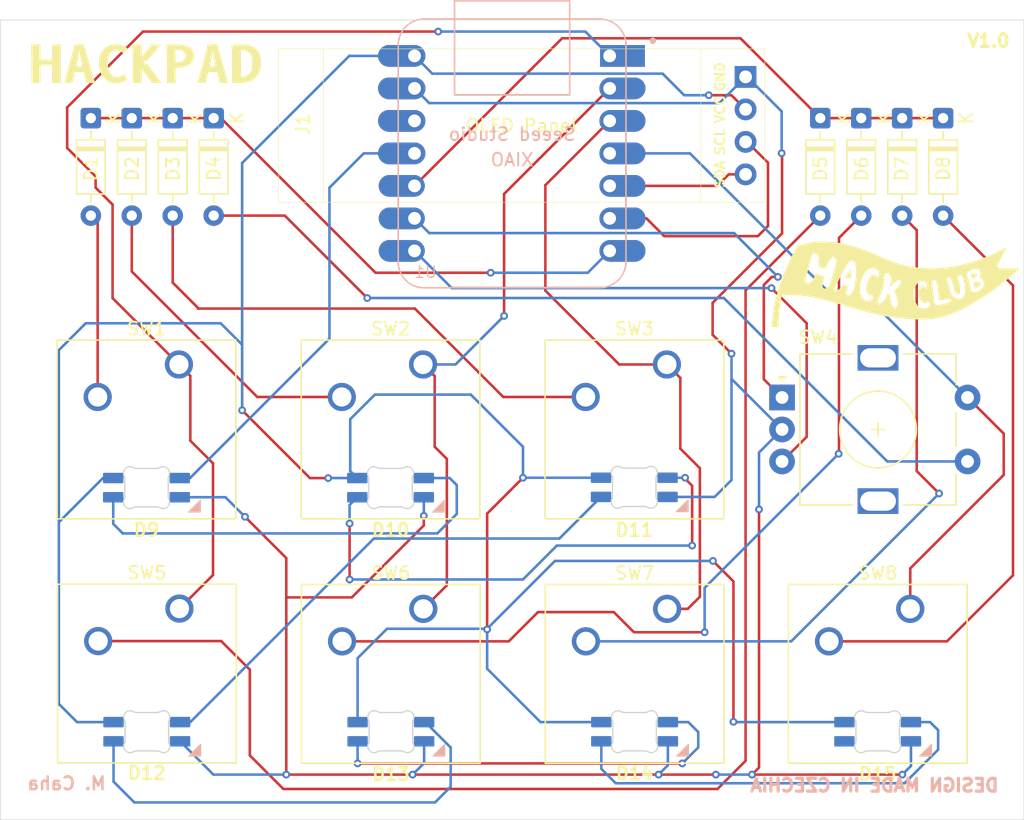
<source format=kicad_pcb>
(kicad_pcb (version 20241229) (generator "pcbnew") (generator_version "9.0")
  (layers (0 "F.Cu" signal) (2 "B.Cu" signal) (13 "F.Paste" user) (15 "B.Paste" user) (5 "F.SilkS" user "F.Silkscreen") (7 "B.SilkS" user "B.Silkscreen") (1 "F.Mask" user) (3 "B.Mask" user) (25 "Edge.Cuts" user))
  (net 0 "")
  (net 1 "ROW0")
  (net 2 "Net-(D1-A)")
  (net 3 "Net-(D2-A)")
  (net 4 "Net-(D3-A)")
  (net 5 "RNSWB")
  (net 6 "Net-(D5-A)")
  (net 7 "ROW1")
  (net 8 "Net-(D6-A)")
  (net 9 "Net-(D7-A)")
  (net 10 "Net-(D8-A)")
  (net 11 "LED")
  (net 12 "Net-(D10-DIN)")
  (net 13 "GND")
  (net 14 "+5V")
  (net 15 "Net-(D10-DOUT)")
  (net 16 "Net-(D11-DOUT)")
  (net 17 "Net-(D12-DOUT)")
  (net 18 "Net-(D13-DOUT)")
  (net 19 "Net-(D14-DOUT)")
  (net 20 "SDA")
  (net 21 "SCL")
  (net 22 "COL0")
  (net 23 "COL1")
  (net 24 "COL2")
  (net 25 "RNA")
  (net 26 "COL3")
  (net 27 "RNB")
  (footprint "Button_Switch_Keyboard:SW_Cherry_MX_1.00u_PCB" (layer "F.Cu") (at 176.1 109.42)
    (property "Reference" "SW3")
    (property "Value" "SW_Push")
  )
  (footprint "footprints:SK6812MINI-E_fixed" (layer "F.Cu") (at 135.425 119.15)
    (property "Reference" "D9")
    (property "Value" "SK6812MINI-E")
    (fp_line (start -1.699998 0.6) (end -1.699998 -0.805684) (stroke (width 0.1)) (layer "Edge.Cuts"))
    (fp_line (start -0.794451 -1.602841) (end 0.794454 -1.602841) (stroke (width 0.1)) (layer "Edge.Cuts"))
    (fp_line (start 0.794453 1.397158) (end -0.794451 1.397158) (stroke (width 0.1)) (layer "Edge.Cuts"))
    (fp_line (start 1.7 -0.805684) (end 1.7 0.6) (stroke (width 0.1)) (layer "Edge.Cuts"))
    (fp_arc (start -1.749483 -1.022562) (mid -1.712526 -0.91691) (end -1.699998 -0.805684) (stroke (width 0.1)) (layer "Edge.Cuts"))
    (fp_arc (start -1.749483 -1.022562) (mid -1.63807 -1.606877) (end -1.04671 -1.671141) (stroke (width 0.1)) (layer "Edge.Cuts"))
    (fp_arc (start -1.699998 0.600001) (mid -1.712526 0.711226) (end -1.749483 0.816878) (stroke (width 0.1)) (layer "Edge.Cuts"))
    (fp_arc (start -1.04671 1.465455) (mid -1.638069 1.401192) (end -1.749483 0.816878) (stroke (width 0.1)) (layer "Edge.Cuts"))
    (fp_arc (start -1.046709 1.465457) (mid -0.925121 1.414535) (end -0.794451 1.397158) (stroke (width 0.1)) (layer "Edge.Cuts"))
    (fp_arc (start -0.794452 -1.602842) (mid -0.925122 -1.620219) (end -1.04671 -1.671141) (stroke (width 0.1)) (layer "Edge.Cuts"))
    (fp_arc (start 0.794453 1.397158) (mid 0.925124 1.414535) (end 1.046712 1.465457) (stroke (width 0.1)) (layer "Edge.Cuts"))
    (fp_arc (start 1.046712 -1.67114) (mid 0.925124 -1.620218) (end 0.794454 -1.602841) (stroke (width 0.1)) (layer "Edge.Cuts"))
    (fp_arc (start 1.046712 -1.67114) (mid 1.638072 -1.606876) (end 1.749485 -1.022562) (stroke (width 0.1)) (layer "Edge.Cuts"))
    (fp_arc (start 1.7 -0.805685) (mid 1.712528 -0.91691) (end 1.749485 -1.022562) (stroke (width 0.1)) (layer "Edge.Cuts"))
    (fp_arc (start 1.749485 0.816877) (mid 1.638073 1.401193) (end 1.046712 1.465457) (stroke (width 0.1)) (layer "Edge.Cuts"))
    (fp_arc (start 1.749485 0.816878) (mid 1.712528 0.711226) (end 1.7 0.6) (stroke (width 0.1)) (layer "Edge.Cuts"))
  )
  (footprint "footprints:SK6812MINI-E_fixed" (layer "F.Cu") (at 154.5 119.15)
    (property "Reference" "D10")
    (property "Value" "SK6812MINI-E")
    (fp_line (start -1.699998 0.6) (end -1.699998 -0.805684) (stroke (width 0.1)) (layer "Edge.Cuts"))
    (fp_line (start -0.794451 -1.602841) (end 0.794454 -1.602841) (stroke (width 0.1)) (layer "Edge.Cuts"))
    (fp_line (start 0.794453 1.397158) (end -0.794451 1.397158) (stroke (width 0.1)) (layer "Edge.Cuts"))
    (fp_line (start 1.7 -0.805684) (end 1.7 0.6) (stroke (width 0.1)) (layer "Edge.Cuts"))
    (fp_arc (start -1.749483 -1.022562) (mid -1.712526 -0.91691) (end -1.699998 -0.805684) (stroke (width 0.1)) (layer "Edge.Cuts"))
    (fp_arc (start -1.749483 -1.022562) (mid -1.63807 -1.606877) (end -1.04671 -1.671141) (stroke (width 0.1)) (layer "Edge.Cuts"))
    (fp_arc (start -1.699998 0.600001) (mid -1.712526 0.711226) (end -1.749483 0.816878) (stroke (width 0.1)) (layer "Edge.Cuts"))
    (fp_arc (start -1.04671 1.465455) (mid -1.638069 1.401192) (end -1.749483 0.816878) (stroke (width 0.1)) (layer "Edge.Cuts"))
    (fp_arc (start -1.046709 1.465457) (mid -0.925121 1.414535) (end -0.794451 1.397158) (stroke (width 0.1)) (layer "Edge.Cuts"))
    (fp_arc (start -0.794452 -1.602842) (mid -0.925122 -1.620219) (end -1.04671 -1.671141) (stroke (width 0.1)) (layer "Edge.Cuts"))
    (fp_arc (start 0.794453 1.397158) (mid 0.925124 1.414535) (end 1.046712 1.465457) (stroke (width 0.1)) (layer "Edge.Cuts"))
    (fp_arc (start 1.046712 -1.67114) (mid 0.925124 -1.620218) (end 0.794454 -1.602841) (stroke (width 0.1)) (layer "Edge.Cuts"))
    (fp_arc (start 1.046712 -1.67114) (mid 1.638072 -1.606876) (end 1.749485 -1.022562) (stroke (width 0.1)) (layer "Edge.Cuts"))
    (fp_arc (start 1.7 -0.805685) (mid 1.712528 -0.91691) (end 1.749485 -1.022562) (stroke (width 0.1)) (layer "Edge.Cuts"))
    (fp_arc (start 1.749485 0.816877) (mid 1.638073 1.401193) (end 1.046712 1.465457) (stroke (width 0.1)) (layer "Edge.Cuts"))
    (fp_arc (start 1.749485 0.816878) (mid 1.712528 0.711226) (end 1.7 0.6) (stroke (width 0.1)) (layer "Edge.Cuts"))
  )
  (footprint "Diode_THT:D_DO-35_SOD27_P7.62mm_Horizontal" (layer "F.Cu") (at 197.688 90.165 -90)
    (property "Reference" "D8")
    (property "Value" "1N4148")
  )
  (footprint "Rotary_Encoder:RotaryEncoder_Alps_EC11E-Switch_Vertical_H20mm" (layer "F.Cu") (at 185.1 112)
    (property "Reference" "SW4")
    (property "Value" "RotaryEncoder_Switch")
  )
  (footprint "Diode_THT:D_DO-35_SOD27_P7.62mm_Horizontal" (layer "F.Cu") (at 137.475 90.165 -90)
    (property "Reference" "D3")
    (property "Value" "1N4148")
  )
  (footprint "Diode_THT:D_DO-35_SOD27_P7.62mm_Horizontal" (layer "F.Cu") (at 131.075 90.165 -90)
    (property "Reference" "D1")
    (property "Value" "1N4148")
  )
  (footprint "Diode_THT:D_DO-35_SOD27_P7.62mm_Horizontal" (layer "F.Cu") (at 194.488 90.165 -90)
    (property "Reference" "D7")
    (property "Value" "1N4148")
  )
  (footprint "Button_Switch_Keyboard:SW_Cherry_MX_1.00u_PCB" (layer "F.Cu") (at 195.12 128.52)
    (property "Reference" "SW8")
    (property "Value" "SW_Push")
  )
  (footprint "footprints:SK6812MINI-E_fixed" (layer "F.Cu") (at 135.45 138.225)
    (property "Reference" "D12")
    (property "Value" "SK6812MINI-E")
    (fp_line (start -1.699998 0.6) (end -1.699998 -0.805684) (stroke (width 0.1)) (layer "Edge.Cuts"))
    (fp_line (start -0.794451 -1.602841) (end 0.794454 -1.602841) (stroke (width 0.1)) (layer "Edge.Cuts"))
    (fp_line (start 0.794453 1.397158) (end -0.794451 1.397158) (stroke (width 0.1)) (layer "Edge.Cuts"))
    (fp_line (start 1.7 -0.805684) (end 1.7 0.6) (stroke (width 0.1)) (layer "Edge.Cuts"))
    (fp_arc (start -1.749483 -1.022562) (mid -1.712526 -0.91691) (end -1.699998 -0.805684) (stroke (width 0.1)) (layer "Edge.Cuts"))
    (fp_arc (start -1.749483 -1.022562) (mid -1.63807 -1.606877) (end -1.04671 -1.671141) (stroke (width 0.1)) (layer "Edge.Cuts"))
    (fp_arc (start -1.699998 0.600001) (mid -1.712526 0.711226) (end -1.749483 0.816878) (stroke (width 0.1)) (layer "Edge.Cuts"))
    (fp_arc (start -1.04671 1.465455) (mid -1.638069 1.401192) (end -1.749483 0.816878) (stroke (width 0.1)) (layer "Edge.Cuts"))
    (fp_arc (start -1.046709 1.465457) (mid -0.925121 1.414535) (end -0.794451 1.397158) (stroke (width 0.1)) (layer "Edge.Cuts"))
    (fp_arc (start -0.794452 -1.602842) (mid -0.925122 -1.620219) (end -1.04671 -1.671141) (stroke (width 0.1)) (layer "Edge.Cuts"))
    (fp_arc (start 0.794453 1.397158) (mid 0.925124 1.414535) (end 1.046712 1.465457) (stroke (width 0.1)) (layer "Edge.Cuts"))
    (fp_arc (start 1.046712 -1.67114) (mid 0.925124 -1.620218) (end 0.794454 -1.602841) (stroke (width 0.1)) (layer "Edge.Cuts"))
    (fp_arc (start 1.046712 -1.67114) (mid 1.638072 -1.606876) (end 1.749485 -1.022562) (stroke (width 0.1)) (layer "Edge.Cuts"))
    (fp_arc (start 1.7 -0.805685) (mid 1.712528 -0.91691) (end 1.749485 -1.022562) (stroke (width 0.1)) (layer "Edge.Cuts"))
    (fp_arc (start 1.749485 0.816877) (mid 1.638073 1.401193) (end 1.046712 1.465457) (stroke (width 0.1)) (layer "Edge.Cuts"))
    (fp_arc (start 1.749485 0.816878) (mid 1.712528 0.711226) (end 1.7 0.6) (stroke (width 0.1)) (layer "Edge.Cuts"))
  )
  (footprint "footprints:SSD1306-0.91-OLED-4pin-128x32" (layer "F.Cu") (at 145.75 84.75)
    (property "Reference" "J1")
    (property "Value" "OLED_DISPLAY")
  )
  (footprint "Button_Switch_Keyboard:SW_Cherry_MX_1.00u_PCB" (layer "F.Cu") (at 176.12 128.52)
    (property "Reference" "SW7")
    (property "Value" "SW_Push")
  )
  (footprint "Diode_THT:D_DO-35_SOD27_P7.62mm_Horizontal" (layer "F.Cu") (at 188.088 90.165 -90)
    (property "Reference" "D5")
    (property "Value" "1N4148")
  )
  (footprint "Diode_THT:D_DO-35_SOD27_P7.62mm_Horizontal" (layer "F.Cu") (at 134.275 90.165 -90)
    (property "Reference" "D2")
    (property "Value" "1N4148")
  )
  (footprint "clipboard:462f2333-586c-4cc8-b04d-9995b911b9d8" (layer "F.Cu") (at 195.55 103.275)
    (property "Reference" "")
    (property "Value" "")
  )
  (footprint "footprints:SK6812MINI-E_fixed" (layer "F.Cu") (at 173.575 138.225)
    (property "Reference" "D14")
    (property "Value" "SK6812MINI-E")
    (fp_line (start -1.699998 0.6) (end -1.699998 -0.805684) (stroke (width 0.1)) (layer "Edge.Cuts"))
    (fp_line (start -0.794451 -1.602841) (end 0.794454 -1.602841) (stroke (width 0.1)) (layer "Edge.Cuts"))
    (fp_line (start 0.794453 1.397158) (end -0.794451 1.397158) (stroke (width 0.1)) (layer "Edge.Cuts"))
    (fp_line (start 1.7 -0.805684) (end 1.7 0.6) (stroke (width 0.1)) (layer "Edge.Cuts"))
    (fp_arc (start -1.749483 -1.022562) (mid -1.712526 -0.91691) (end -1.699998 -0.805684) (stroke (width 0.1)) (layer "Edge.Cuts"))
    (fp_arc (start -1.749483 -1.022562) (mid -1.63807 -1.606877) (end -1.04671 -1.671141) (stroke (width 0.1)) (layer "Edge.Cuts"))
    (fp_arc (start -1.699998 0.600001) (mid -1.712526 0.711226) (end -1.749483 0.816878) (stroke (width 0.1)) (layer "Edge.Cuts"))
    (fp_arc (start -1.04671 1.465455) (mid -1.638069 1.401192) (end -1.749483 0.816878) (stroke (width 0.1)) (layer "Edge.Cuts"))
    (fp_arc (start -1.046709 1.465457) (mid -0.925121 1.414535) (end -0.794451 1.397158) (stroke (width 0.1)) (layer "Edge.Cuts"))
    (fp_arc (start -0.794452 -1.602842) (mid -0.925122 -1.620219) (end -1.04671 -1.671141) (stroke (width 0.1)) (layer "Edge.Cuts"))
    (fp_arc (start 0.794453 1.397158) (mid 0.925124 1.414535) (end 1.046712 1.465457) (stroke (width 0.1)) (layer "Edge.Cuts"))
    (fp_arc (start 1.046712 -1.67114) (mid 0.925124 -1.620218) (end 0.794454 -1.602841) (stroke (width 0.1)) (layer "Edge.Cuts"))
    (fp_arc (start 1.046712 -1.67114) (mid 1.638072 -1.606876) (end 1.749485 -1.022562) (stroke (width 0.1)) (layer "Edge.Cuts"))
    (fp_arc (start 1.7 -0.805685) (mid 1.712528 -0.91691) (end 1.749485 -1.022562) (stroke (width 0.1)) (layer "Edge.Cuts"))
    (fp_arc (start 1.749485 0.816877) (mid 1.638073 1.401193) (end 1.046712 1.465457) (stroke (width 0.1)) (layer "Edge.Cuts"))
    (fp_arc (start 1.749485 0.816878) (mid 1.712528 0.711226) (end 1.7 0.6) (stroke (width 0.1)) (layer "Edge.Cuts"))
  )
  (footprint "footprints:SK6812MINI-E_fixed" (layer "F.Cu") (at 192.575 138.225)
    (property "Reference" "D15")
    (property "Value" "SK6812MINI-E")
    (fp_line (start -1.699998 0.6) (end -1.699998 -0.805684) (stroke (width 0.1)) (layer "Edge.Cuts"))
    (fp_line (start -0.794451 -1.602841) (end 0.794454 -1.602841) (stroke (width 0.1)) (layer "Edge.Cuts"))
    (fp_line (start 0.794453 1.397158) (end -0.794451 1.397158) (stroke (width 0.1)) (layer "Edge.Cuts"))
    (fp_line (start 1.7 -0.805684) (end 1.7 0.6) (stroke (width 0.1)) (layer "Edge.Cuts"))
    (fp_arc (start -1.749483 -1.022562) (mid -1.712526 -0.91691) (end -1.699998 -0.805684) (stroke (width 0.1)) (layer "Edge.Cuts"))
    (fp_arc (start -1.749483 -1.022562) (mid -1.63807 -1.606877) (end -1.04671 -1.671141) (stroke (width 0.1)) (layer "Edge.Cuts"))
    (fp_arc (start -1.699998 0.600001) (mid -1.712526 0.711226) (end -1.749483 0.816878) (stroke (width 0.1)) (layer "Edge.Cuts"))
    (fp_arc (start -1.04671 1.465455) (mid -1.638069 1.401192) (end -1.749483 0.816878) (stroke (width 0.1)) (layer "Edge.Cuts"))
    (fp_arc (start -1.046709 1.465457) (mid -0.925121 1.414535) (end -0.794451 1.397158) (stroke (width 0.1)) (layer "Edge.Cuts"))
    (fp_arc (start -0.794452 -1.602842) (mid -0.925122 -1.620219) (end -1.04671 -1.671141) (stroke (width 0.1)) (layer "Edge.Cuts"))
    (fp_arc (start 0.794453 1.397158) (mid 0.925124 1.414535) (end 1.046712 1.465457) (stroke (width 0.1)) (layer "Edge.Cuts"))
    (fp_arc (start 1.046712 -1.67114) (mid 0.925124 -1.620218) (end 0.794454 -1.602841) (stroke (width 0.1)) (layer "Edge.Cuts"))
    (fp_arc (start 1.046712 -1.67114) (mid 1.638072 -1.606876) (end 1.749485 -1.022562) (stroke (width 0.1)) (layer "Edge.Cuts"))
    (fp_arc (start 1.7 -0.805685) (mid 1.712528 -0.91691) (end 1.749485 -1.022562) (stroke (width 0.1)) (layer "Edge.Cuts"))
    (fp_arc (start 1.749485 0.816877) (mid 1.638073 1.401193) (end 1.046712 1.465457) (stroke (width 0.1)) (layer "Edge.Cuts"))
    (fp_arc (start 1.749485 0.816878) (mid 1.712528 0.711226) (end 1.7 0.6) (stroke (width 0.1)) (layer "Edge.Cuts"))
  )
  (footprint "footprints:SK6812MINI-E_fixed" (layer "F.Cu") (at 173.55 119.125)
    (property "Reference" "D11")
    (property "Value" "SK6812MINI-E")
    (fp_line (start -1.699998 0.6) (end -1.699998 -0.805684) (stroke (width 0.1)) (layer "Edge.Cuts"))
    (fp_line (start -0.794451 -1.602841) (end 0.794454 -1.602841) (stroke (width 0.1)) (layer "Edge.Cuts"))
    (fp_line (start 0.794453 1.397158) (end -0.794451 1.397158) (stroke (width 0.1)) (layer "Edge.Cuts"))
    (fp_line (start 1.7 -0.805684) (end 1.7 0.6) (stroke (width 0.1)) (layer "Edge.Cuts"))
    (fp_arc (start -1.749483 -1.022562) (mid -1.712526 -0.91691) (end -1.699998 -0.805684) (stroke (width 0.1)) (layer "Edge.Cuts"))
    (fp_arc (start -1.749483 -1.022562) (mid -1.63807 -1.606877) (end -1.04671 -1.671141) (stroke (width 0.1)) (layer "Edge.Cuts"))
    (fp_arc (start -1.699998 0.600001) (mid -1.712526 0.711226) (end -1.749483 0.816878) (stroke (width 0.1)) (layer "Edge.Cuts"))
    (fp_arc (start -1.04671 1.465455) (mid -1.638069 1.401192) (end -1.749483 0.816878) (stroke (width 0.1)) (layer "Edge.Cuts"))
    (fp_arc (start -1.046709 1.465457) (mid -0.925121 1.414535) (end -0.794451 1.397158) (stroke (width 0.1)) (layer "Edge.Cuts"))
    (fp_arc (start -0.794452 -1.602842) (mid -0.925122 -1.620219) (end -1.04671 -1.671141) (stroke (width 0.1)) (layer "Edge.Cuts"))
    (fp_arc (start 0.794453 1.397158) (mid 0.925124 1.414535) (end 1.046712 1.465457) (stroke (width 0.1)) (layer "Edge.Cuts"))
    (fp_arc (start 1.046712 -1.67114) (mid 0.925124 -1.620218) (end 0.794454 -1.602841) (stroke (width 0.1)) (layer "Edge.Cuts"))
    (fp_arc (start 1.046712 -1.67114) (mid 1.638072 -1.606876) (end 1.749485 -1.022562) (stroke (width 0.1)) (layer "Edge.Cuts"))
    (fp_arc (start 1.7 -0.805685) (mid 1.712528 -0.91691) (end 1.749485 -1.022562) (stroke (width 0.1)) (layer "Edge.Cuts"))
    (fp_arc (start 1.749485 0.816877) (mid 1.638073 1.401193) (end 1.046712 1.465457) (stroke (width 0.1)) (layer "Edge.Cuts"))
    (fp_arc (start 1.749485 0.816878) (mid 1.712528 0.711226) (end 1.7 0.6) (stroke (width 0.1)) (layer "Edge.Cuts"))
  )
  (footprint "footprints:SK6812MINI-E_fixed" (layer "F.Cu") (at 154.525 138.225)
    (property "Reference" "D13")
    (property "Value" "SK6812MINI-E")
    (fp_line (start -1.699998 0.6) (end -1.699998 -0.805684) (stroke (width 0.1)) (layer "Edge.Cuts"))
    (fp_line (start -0.794451 -1.602841) (end 0.794454 -1.602841) (stroke (width 0.1)) (layer "Edge.Cuts"))
    (fp_line (start 0.794453 1.397158) (end -0.794451 1.397158) (stroke (width 0.1)) (layer "Edge.Cuts"))
    (fp_line (start 1.7 -0.805684) (end 1.7 0.6) (stroke (width 0.1)) (layer "Edge.Cuts"))
    (fp_arc (start -1.749483 -1.022562) (mid -1.712526 -0.91691) (end -1.699998 -0.805684) (stroke (width 0.1)) (layer "Edge.Cuts"))
    (fp_arc (start -1.749483 -1.022562) (mid -1.63807 -1.606877) (end -1.04671 -1.671141) (stroke (width 0.1)) (layer "Edge.Cuts"))
    (fp_arc (start -1.699998 0.600001) (mid -1.712526 0.711226) (end -1.749483 0.816878) (stroke (width 0.1)) (layer "Edge.Cuts"))
    (fp_arc (start -1.04671 1.465455) (mid -1.638069 1.401192) (end -1.749483 0.816878) (stroke (width 0.1)) (layer "Edge.Cuts"))
    (fp_arc (start -1.046709 1.465457) (mid -0.925121 1.414535) (end -0.794451 1.397158) (stroke (width 0.1)) (layer "Edge.Cuts"))
    (fp_arc (start -0.794452 -1.602842) (mid -0.925122 -1.620219) (end -1.04671 -1.671141) (stroke (width 0.1)) (layer "Edge.Cuts"))
    (fp_arc (start 0.794453 1.397158) (mid 0.925124 1.414535) (end 1.046712 1.465457) (stroke (width 0.1)) (layer "Edge.Cuts"))
    (fp_arc (start 1.046712 -1.67114) (mid 0.925124 -1.620218) (end 0.794454 -1.602841) (stroke (width 0.1)) (layer "Edge.Cuts"))
    (fp_arc (start 1.046712 -1.67114) (mid 1.638072 -1.606876) (end 1.749485 -1.022562) (stroke (width 0.1)) (layer "Edge.Cuts"))
    (fp_arc (start 1.7 -0.805685) (mid 1.712528 -0.91691) (end 1.749485 -1.022562) (stroke (width 0.1)) (layer "Edge.Cuts"))
    (fp_arc (start 1.749485 0.816877) (mid 1.638073 1.401193) (end 1.046712 1.465457) (stroke (width 0.1)) (layer "Edge.Cuts"))
    (fp_arc (start 1.749485 0.816878) (mid 1.712528 0.711226) (end 1.7 0.6) (stroke (width 0.1)) (layer "Edge.Cuts"))
  )
  (footprint "Button_Switch_Keyboard:SW_Cherry_MX_1.00u_PCB" (layer "F.Cu") (at 138 128.5)
    (property "Reference" "SW5")
    (property "Value" "SW_Push")
  )
  (footprint "Diode_THT:D_DO-35_SOD27_P7.62mm_Horizontal" (layer "F.Cu") (at 140.675 90.165 -90)
    (property "Reference" "D4")
    (property "Value" "1N4148")
  )
  (footprint "Diode_THT:D_DO-35_SOD27_P7.62mm_Horizontal" (layer "F.Cu") (at 191.288 90.165 -90)
    (property "Reference" "D6")
    (property "Value" "1N4148")
  )
  (footprint "Button_Switch_Keyboard:SW_Cherry_MX_1.00u_PCB" (layer "F.Cu") (at 157.06 128.52)
    (property "Reference" "SW6")
    (property "Value" "SW_Push")
  )
  (footprint "Button_Switch_Keyboard:SW_Cherry_MX_1.00u_PCB" (layer "F.Cu") (at 157.04 109.42)
    (property "Reference" "SW2")
    (property "Value" "SW_Push")
  )
  (footprint "clipboard:de5363f7-c900-46a6-94f2-35cc7d6a2b93" (layer "F.Cu") (at 137.7 86.25)
    (property "Reference" "")
    (property "Value" "")
  )
  (footprint "Button_Switch_Keyboard:SW_Cherry_MX_1.00u_PCB" (layer "F.Cu") (at 137.96 109.42)
    (property "Reference" "SW1")
    (property "Value" "SW_Push")
  )
  (footprint "footprints:XIAO-Generic-Hybrid-14P-2.54-21X17.8MM" (layer "B.Cu") (at 164 92.92 180)
    (property "Reference" "U1")
    (property "Value" "MOUDLE-SEEEDUINO-XIAO" (hide yes))
  )
  (gr_rect (start 124 82.5) (end 204 145) (stroke (width 0.05)) (fill no) (layer "Edge.Cuts"))
  (gr_text "V1.0" (at 199.45 84.7 0) (layer "F.SilkS") (effects (font (size 1 1) (thickness 0.25) (bold yes)) (justify left bottom)))
  (gr_text "DESIGN MADE IN CZECHIA" (at 202.15 142.9 0) (layer "B.SilkS") (effects (font (size 1 1) (thickness 0.25) (bold yes)) (justify left bottom mirror)))
  (gr_text "M. Caha" (at 132.35 142.75 0) (layer "B.SilkS") (effects (font (size 1 1) (thickness 0.2) (bold yes)) (justify left bottom mirror)))
  (segment (start 162.325 102.25) (end 153.325 102.25) (width 0.2) (layer "F.Cu") (net 1))
  (segment (start 141.24 90.165) (end 140.675 90.165) (width 0.2) (layer "F.Cu") (net 1))
  (segment (start 134.275 90.165) (end 137.475 90.165) (width 0.2) (layer "F.Cu") (net 1))
  (segment (start 137.475 90.165) (end 140.675 90.165) (width 0.2) (layer "F.Cu") (net 1))
  (segment (start 153.325 102.25) (end 141.24 90.165) (width 0.2) (layer "F.Cu") (net 1))
  (segment (start 131.075 90.165) (end 134.275 90.165) (width 0.2) (layer "F.Cu") (net 1))
  (via (at 162.325 102.25) (size 0.6) (drill 0.3) (layers "F.Cu" "B.Cu") (net 1))
  (segment (start 169.915 102.25) (end 171.625 100.54) (width 0.2) (layer "B.Cu") (net 1))
  (segment (start 162.325 102.25) (end 169.915 102.25) (width 0.2) (layer "B.Cu") (net 1))
  (segment (start 131.61 98.32) (end 131.075 97.785) (width 0.2) (layer "F.Cu") (net 2))
  (segment (start 131.61 111.96) (end 131.61 98.32) (width 0.2) (layer "F.Cu") (net 2))
  (segment (start 134.275 102.15) (end 134.275 97.785) (width 0.2) (layer "F.Cu") (net 3))
  (segment (start 144.085 111.96) (end 134.275 102.15) (width 0.2) (layer "F.Cu") (net 3))
  (segment (start 150.69 111.96) (end 144.085 111.96) (width 0.2) (layer "F.Cu") (net 3))
  (segment (start 139.45 105.05) (end 139.45 105) (width 0.2) (layer "F.Cu") (net 4))
  (segment (start 156.4 105.05) (end 139.45 105.05) (width 0.2) (layer "F.Cu") (net 4))
  (segment (start 169.75 111.96) (end 163.31 111.96) (width 0.2) (layer "F.Cu") (net 4))
  (segment (start 139.45 105) (end 137.475 103.025) (width 0.2) (layer "F.Cu") (net 4))
  (segment (start 137.475 103.025) (end 137.475 97.785) (width 0.2) (layer "F.Cu") (net 4))
  (segment (start 163.31 111.96) (end 156.4 105.05) (width 0.2) (layer "F.Cu") (net 4))
  (segment (start 146.235 97.785) (end 140.675 97.785) (width 0.2) (layer "F.Cu") (net 5))
  (segment (start 152.675 104.225) (end 146.235 97.785) (width 0.2) (layer "F.Cu") (net 5))
  (via (at 152.675 104.225) (size 0.6) (drill 0.3) (layers "F.Cu" "B.Cu") (net 5))
  (segment (start 193.325 117) (end 182.725 106.4) (width 0.2) (layer "B.Cu") (net 5))
  (segment (start 182.725 106.4) (end 180.55 104.225) (width 0.2) (layer "B.Cu") (net 5))
  (segment (start 199.6 117) (end 193.325 117) (width 0.2) (layer "B.Cu") (net 5))
  (segment (start 180.55 104.225) (end 152.675 104.225) (width 0.2) (layer "B.Cu") (net 5))
  (segment (start 141.265 131.04) (end 143.5 133.275) (width 0.2) (layer "F.Cu") (net 6))
  (segment (start 146.125 142.6) (end 180.05 142.6) (width 0.2) (layer "F.Cu") (net 6))
  (segment (start 143.5 133.275) (end 143.5 139.975) (width 0.2) (layer "F.Cu") (net 6))
  (segment (start 182.25 140.4) (end 182.25 103.623) (width 0.2) (layer "F.Cu") (net 6))
  (segment (start 182.25 103.623) (end 188.088 97.785) (width 0.2) (layer "F.Cu") (net 6))
  (segment (start 131.65 131.04) (end 141.265 131.04) (width 0.2) (layer "F.Cu") (net 6))
  (segment (start 143.5 139.975) (end 146.125 142.6) (width 0.2) (layer "F.Cu") (net 6))
  (segment (start 180.05 142.6) (end 182.25 140.4) (width 0.2) (layer "F.Cu") (net 6))
  (segment (start 191.288 90.165) (end 188.088 90.165) (width 0.2) (layer "F.Cu") (net 7))
  (segment (start 167.91 83.925) (end 156.375 95.46) (width 0.2) (layer "F.Cu") (net 7))
  (segment (start 197.688 90.165) (end 194.488 90.165) (width 0.2) (layer "F.Cu") (net 7))
  (segment (start 181.848 83.925) (end 167.91 83.925) (width 0.2) (layer "F.Cu") (net 7))
  (segment (start 188.088 90.165) (end 181.848 83.925) (width 0.2) (layer "F.Cu") (net 7))
  (segment (start 194.488 90.165) (end 191.288 90.165) (width 0.2) (layer "F.Cu") (net 7))
  (segment (start 166.025 128.775) (end 171.95 128.775) (width 0.2) (layer "F.Cu") (net 8))
  (segment (start 189.55 116.375) (end 189.55 99.523) (width 0.2) (layer "F.Cu") (net 8))
  (segment (start 189.55 99.523) (end 191.288 97.785) (width 0.2) (layer "F.Cu") (net 8))
  (segment (start 189.525 116.4) (end 189.55 116.375) (width 0.2) (layer "F.Cu") (net 8))
  (segment (start 163.74 131.06) (end 166.025 128.775) (width 0.2) (layer "F.Cu") (net 8))
  (segment (start 173.525 130.35) (end 179.05 130.35) (width 0.2) (layer "F.Cu") (net 8))
  (segment (start 150.71 131.06) (end 163.74 131.06) (width 0.2) (layer "F.Cu") (net 8))
  (segment (start 171.95 128.775) (end 173.525 130.35) (width 0.2) (layer "F.Cu") (net 8))
  (via (at 189.525 116.4) (size 0.6) (drill 0.3) (layers "F.Cu" "B.Cu") (net 8))
  (via (at 179.05 130.35) (size 0.6) (drill 0.3) (layers "F.Cu" "B.Cu") (net 8))
  (segment (start 179.05 126.875) (end 189.525 116.4) (width 0.2) (layer "B.Cu") (net 8))
  (segment (start 179.05 130.35) (end 179.05 126.875) (width 0.2) (layer "B.Cu") (net 8))
  (segment (start 195.625 98.922) (end 194.488 97.785) (width 0.2) (layer "F.Cu") (net 9))
  (segment (start 195.625 117.75) (end 195.625 98.922) (width 0.2) (layer "F.Cu") (net 9))
  (segment (start 197.375 119.5) (end 195.625 117.75) (width 0.2) (layer "F.Cu") (net 9))
  (via (at 197.375 119.5) (size 0.6) (drill 0.3) (layers "F.Cu" "B.Cu") (net 9))
  (segment (start 197.375 119.5) (end 185.815 131.06) (width 0.2) (layer "B.Cu") (net 9))
  (segment (start 185.815 131.06) (end 169.77 131.06) (width 0.2) (layer "B.Cu") (net 9))
  (segment (start 203.15 125.9) (end 203.15 103.247) (width 0.2) (layer "F.Cu") (net 10))
  (segment (start 188.77 131.06) (end 197.99 131.06) (width 0.2) (layer "F.Cu") (net 10))
  (segment (start 203.15 103.247) (end 197.688 97.785) (width 0.2) (layer "F.Cu") (net 10))
  (segment (start 197.99 131.06) (end 203.15 125.9) (width 0.2) (layer "F.Cu") (net 10))
  (segment (start 149.725 95.6) (end 152.405 92.92) (width 0.2) (layer "B.Cu") (net 11))
  (segment (start 152.405 92.92) (end 156.375 92.92) (width 0.2) (layer "B.Cu") (net 11))
  (segment (start 138.025001 118.297158) (end 138.825001 118.297158) (width 0.2) (layer "B.Cu") (net 11))
  (segment (start 138.825001 118.297158) (end 149.725 107.397159) (width 0.2) (layer "B.Cu") (net 11))
  (segment (start 149.725 107.397159) (end 149.725 95.6) (width 0.2) (layer "B.Cu") (net 11))
  (segment (start 132.825001 119.797158) (end 132.825 121.875) (width 0.2) (layer "B.Cu") (net 12))
  (segment (start 159.675 118.85) (end 159.122158 118.297158) (width 0.2) (layer "B.Cu") (net 12))
  (segment (start 132.825 121.875) (end 133.575 122.625) (width 0.2) (layer "B.Cu") (net 12))
  (segment (start 159.122158 118.297158) (end 157.100001 118.297158) (width 0.2) (layer "B.Cu") (net 12))
  (segment (start 159.675 121.1) (end 159.675 118.85) (width 0.2) (layer "B.Cu") (net 12))
  (segment (start 133.575 122.625) (end 158.15 122.625) (width 0.2) (layer "B.Cu") (net 12))
  (segment (start 158.15 122.625) (end 159.675 121.1) (width 0.2) (layer "B.Cu") (net 12))
  (segment (start 157.1 122) (end 151.475 127.625) (width 0.2) (layer "F.Cu") (net 13))
  (segment (start 151.475 127.625) (end 146.35 127.625) (width 0.2) (layer "F.Cu") (net 13))
  (segment (start 175.45 141.475) (end 179.925 141.475) (width 0.2) (layer "F.Cu") (net 13))
  (segment (start 146.35 127.625) (end 146.35 141.475) (width 0.2) (layer "F.Cu") (net 13))
  (segment (start 156.225 141.475) (end 175.45 141.475) (width 0.2) (layer "F.Cu") (net 13))
  (segment (start 185.1 99.175) (end 185.1 92.94) (width 0.2) (layer "F.Cu") (net 13))
  (segment (start 156.225 141.475) (end 146.35 141.475) (width 0.2) (layer "F.Cu") (net 13))
  (segment (start 182.75 141.475) (end 194.5 141.475) (width 0.2) (layer "F.Cu") (net 13))
  (segment (start 185.1 92.94) (end 185.07 92.91) (width 0.2) (layer "F.Cu") (net 13))
  (segment (start 146.35 124.55) (end 146.35 127.625) (width 0.2) (layer "F.Cu") (net 13))
  (segment (start 157.1 121.25) (end 157.1 122) (width 0.2) (layer "F.Cu") (net 13))
  (segment (start 179.675 104.6) (end 179.675 107.1) (width 0.2) (layer "F.Cu") (net 13))
  (segment (start 179.675 107.1) (end 181.15 108.575) (width 0.2) (layer "F.Cu") (net 13))
  (segment (start 185.1 99.175) (end 179.675 104.6) (width 0.2) (layer "F.Cu") (net 13))
  (segment (start 183.3 140.925) (end 182.75 141.475) (width 0.2) (layer "F.Cu") (net 13))
  (segment (start 183.3 120.75) (end 183.3 140.925) (width 0.2) (layer "F.Cu") (net 13))
  (segment (start 143.125 121.325) (end 146.35 124.55) (width 0.2) (layer "F.Cu") (net 13))
  (via (at 143.125 121.325) (size 0.6) (drill 0.3) (layers "F.Cu" "B.Cu") (net 13))
  (via (at 146.35 141.475) (size 0.6) (drill 0.3) (layers "F.Cu" "B.Cu") (net 13))
  (via (at 157.1 121.25) (size 0.6) (drill 0.3) (layers "F.Cu" "B.Cu") (net 13))
  (via (at 179.925 141.475) (size 0.6) (drill 0.3) (layers "F.Cu" "B.Cu") (net 13))
  (via (at 175.45 141.475) (size 0.6) (drill 0.3) (layers "F.Cu" "B.Cu") (net 13))
  (via (at 185.07 92.91) (size 0.6) (drill 0.3) (layers "F.Cu" "B.Cu") (net 13))
  (via (at 181.15 108.575) (size 0.6) (drill 0.3) (layers "F.Cu" "B.Cu") (net 13))
  (via (at 182.75 141.475) (size 0.6) (drill 0.3) (layers "F.Cu" "B.Cu") (net 13))
  (via (at 194.5 141.475) (size 0.6) (drill 0.3) (layers "F.Cu" "B.Cu") (net 13))
  (via (at 156.225 141.475) (size 0.6) (drill 0.3) (layers "F.Cu" "B.Cu") (net 13))
  (via (at 183.3 120.75) (size 0.6) (drill 0.3) (layers "F.Cu" "B.Cu") (net 13))
  (segment (start 157.125001 138.872158) (end 157.125001 140.574999) (width 0.2) (layer "B.Cu") (net 13))
  (segment (start 182.37 86.94) (end 185.07 89.64) (width 0.2) (layer "B.Cu") (net 13))
  (segment (start 156.375 87.84) (end 157.526 88.991) (width 0.2) (layer "B.Cu") (net 13))
  (segment (start 195.175001 140.799999) (end 194.5 141.475) (width 0.2) (layer "B.Cu") (net 13))
  (segment (start 176.175001 138.872158) (end 176.175001 140.749999) (width 0.2) (layer "B.Cu") (net 13))
  (segment (start 157.100001 119.797158) (end 157.1 121.25) (width 0.2) (layer "B.Cu") (net 13))
  (segment (start 138.025001 119.797158) (end 141.597158 119.797158) (width 0.2) (layer "B.Cu") (net 13))
  (segment (start 181.15 110.55) (end 181.15 118.45) (width 0.2) (layer "B.Cu") (net 13))
  (segment (start 146.35 141.475) (end 140.652843 141.475) (width 0.2) (layer "B.Cu") (net 13))
  (segment (start 180.199 88.991) (end 182.25 86.94) (width 0.2) (layer "B.Cu") (net 13))
  (segment (start 183.3 116.3) (end 183.3 120.75) (width 0.2) (layer "B.Cu") (net 13))
  (segment (start 185.07 92.91) (end 185.07 89.64) (width 0.2) (layer "B.Cu") (net 13))
  (segment (start 181.15 108.575) (end 181.15 110.55) (width 0.2) (layer "B.Cu") (net 13))
  (segment (start 138.050001 138.872158) (end 140.652843 141.475) (width 0.2) (layer "B.Cu") (net 13))
  (segment (start 141.597158 119.797158) (end 143.125 121.325) (width 0.2) (layer "B.Cu") (net 13))
  (segment (start 181.15 118.45) (end 179.827842 119.772158) (width 0.2) (layer "B.Cu") (net 13))
  (segment (start 185.1 114.5) (end 183.3 116.3) (width 0.2) (layer "B.Cu") (net 13))
  (segment (start 179.827842 119.772158) (end 176.150001 119.772158) (width 0.2) (layer "B.Cu") (net 13))
  (segment (start 157.125001 140.574999) (end 156.225 141.475) (width 0.2) (layer "B.Cu") (net 13))
  (segment (start 179.925 141.475) (end 182.75 141.475) (width 0.2) (layer "B.Cu") (net 13))
  (segment (start 157.526 88.991) (end 180.199 88.991) (width 0.2) (layer "B.Cu") (net 13))
  (segment (start 182.25 86.94) (end 182.37 86.94) (width 0.2) (layer "B.Cu") (net 13))
  (segment (start 181.15 110.55) (end 185.1 114.5) (width 0.2) (layer "B.Cu") (net 13))
  (segment (start 195.175001 138.872158) (end 195.175001 140.799999) (width 0.2) (layer "B.Cu") (net 13))
  (segment (start 176.175001 140.749999) (end 175.45 141.475) (width 0.2) (layer "B.Cu") (net 13))
  (segment (start 162.05 121.075) (end 164.85 118.275) (width 0.2) (layer "F.Cu") (net 14))
  (segment (start 181.145 88.375) (end 179.375 88.375) (width 0.2) (layer "F.Cu") (net 14))
  (segment (start 142.9 113) (end 148.2 118.3) (width 0.2) (layer "F.Cu") (net 14))
  (segment (start 182.25 89.48) (end 181.145 88.375) (width 0.2) (layer "F.Cu") (net 14))
  (segment (start 162.05 130.125) (end 162.05 121.075) (width 0.2) (layer "F.Cu") (net 14))
  (segment (start 179.7 124.775) (end 181.3 126.375) (width 0.2) (layer "F.Cu") (net 14))
  (segment (start 181.3 126.375) (end 181.3 137.35) (width 0.2) (layer "F.Cu") (net 14))
  (segment (start 148.2 118.3) (end 149.625 118.3) (width 0.2) (layer "F.Cu") (net 14))
  (via (at 162.05 130.125) (size 0.6) (drill 0.3) (layers "F.Cu" "B.Cu") (net 14))
  (via (at 181.3 137.35) (size 0.6) (drill 0.3) (layers "F.Cu" "B.Cu") (net 14))
  (via (at 164.85 118.275) (size 0.6) (drill 0.3) (layers "F.Cu" "B.Cu") (net 14))
  (via (at 179.7 124.775) (size 0.6) (drill 0.3) (layers "F.Cu" "B.Cu") (net 14))
  (via (at 149.625 118.3) (size 0.6) (drill 0.3) (layers "F.Cu" "B.Cu") (net 14))
  (via (at 179.375 88.375) (size 0.6) (drill 0.3) (layers "F.Cu" "B.Cu") (net 14))
  (via (at 142.9 113) (size 0.6) (drill 0.3) (layers "F.Cu" "B.Cu") (net 14))
  (segment (start 181.322158 137.372158) (end 189.975001 137.372158) (width 0.2) (layer "B.Cu") (net 14))
  (segment (start 149.627842 118.297158) (end 151.900001 118.297158) (width 0.2) (layer "B.Cu") (net 14))
  (segment (start 128.575 108.3) (end 130.675 106.2) (width 0.2) (layer "B.Cu") (net 14))
  (segment (start 162.05 130.075) (end 162.05 130.125) (width 0.2) (layer "B.Cu") (net 14))
  (segment (start 151.925001 137.372158) (end 151.925001 132.374999) (width 0.2) (layer "B.Cu") (net 14))
  (segment (start 175.764 86.689) (end 177.45 88.375) (width 0.2) (layer "B.Cu") (net 14))
  (segment (start 141.225 106.2) (end 142.9 107.875) (width 0.2) (layer "B.Cu") (net 14))
  (segment (start 128.625 136) (end 129.997158 137.372158) (width 0.2) (layer "B.Cu") (net 14))
  (segment (start 151.900001 118.297158) (end 151.35 117.747157) (width 0.2) (layer "B.Cu") (net 14))
  (segment (start 153.275 111.775) (end 160.775 111.775) (width 0.2) (layer "B.Cu") (net 14))
  (segment (start 151.35 113.7) (end 153.275 111.775) (width 0.2) (layer "B.Cu") (net 14))
  (segment (start 149.625 118.3) (end 149.627842 118.297158) (width 0.2) (layer "B.Cu") (net 14))
  (segment (start 132.825001 118.297158) (end 132.025001 118.297158) (width 0.2) (layer "B.Cu") (net 14))
  (segment (start 156.375 85.3) (end 151.275 85.3) (width 0.2) (layer "B.Cu") (net 14))
  (segment (start 164.85 115.85) (end 164.85 118.275) (width 0.2) (layer "B.Cu") (net 14))
  (segment (start 162.05 130.075) (end 167.35 124.775) (width 0.2) (layer "B.Cu") (net 14))
  (segment (start 181.3 137.35) (end 181.322158 137.372158) (width 0.2) (layer "B.Cu") (net 14))
  (segment (start 160.775 111.775) (end 164.85 115.85) (width 0.2) (layer "B.Cu") (net 14))
  (segment (start 177.45 88.375) (end 179.375 88.375) (width 0.2) (layer "B.Cu") (net 14))
  (segment (start 162.05 130.125) (end 162.05 133.2) (width 0.2) (layer "B.Cu") (net 14))
  (segment (start 151.35 117.747157) (end 151.35 113.7) (width 0.2) (layer "B.Cu") (net 14))
  (segment (start 142.9 93.675) (end 142.9 107.875) (width 0.2) (layer "B.Cu") (net 14))
  (segment (start 164.85 118.275) (end 164.852842 118.272158) (width 0.2) (layer "B.Cu") (net 14))
  (segment (start 156.375 85.3) (end 157.764 86.689) (width 0.2) (layer "B.Cu") (net 14))
  (segment (start 128.575 136) (end 128.625 136) (width 0.2) (layer "B.Cu") (net 14))
  (segment (start 151.275 85.3) (end 142.9 93.675) (width 0.2) (layer "B.Cu") (net 14))
  (segment (start 128.575 121.747159) (end 128.575 108.3) (width 0.2) (layer "B.Cu") (net 14))
  (segment (start 129.997158 137.372158) (end 132.850001 137.372158) (width 0.2) (layer "B.Cu") (net 14))
  (segment (start 154.225 130.075) (end 162.05 130.075) (width 0.2) (layer "B.Cu") (net 14))
  (segment (start 151.925001 132.374999) (end 154.225 130.075) (width 0.2) (layer "B.Cu") (net 14))
  (segment (start 166.222158 137.372158) (end 170.975001 137.372158) (width 0.2) (layer "B.Cu") (net 14))
  (segment (start 162.05 133.2) (end 166.222158 137.372158) (width 0.2) (layer "B.Cu") (net 14))
  (segment (start 130.675 106.2) (end 141.225 106.2) (width 0.2) (layer "B.Cu") (net 14))
  (segment (start 157.764 86.689) (end 175.764 86.689) (width 0.2) (layer "B.Cu") (net 14))
  (segment (start 142.9 107.875) (end 142.9 113) (width 0.2) (layer "B.Cu") (net 14))
  (segment (start 128.575 121.747159) (end 128.575 136) (width 0.2) (layer "B.Cu") (net 14))
  (segment (start 132.025001 118.297158) (end 128.575 121.747159) (width 0.2) (layer "B.Cu") (net 14))
  (segment (start 167.35 124.775) (end 179.7 124.775) (width 0.2) (layer "B.Cu") (net 14))
  (segment (start 164.852842 118.272158) (end 170.950001 118.272158) (width 0.2) (layer "B.Cu") (net 14))
  (segment (start 177.525 118.275) (end 177.525 118.35) (width 0.2) (layer "F.Cu") (net 15))
  (segment (start 151.3 121.85) (end 151.3 126.225) (width 0.2) (layer "F.Cu") (net 15))
  (segment (start 178.075 118.9) (end 178.075 123.575) (width 0.2) (layer "F.Cu") (net 15))
  (segment (start 177.525 118.35) (end 178.075 118.9) (width 0.2) (layer "F.Cu") (net 15))
  (via (at 177.525 118.275) (size 0.6) (drill 0.3) (layers "F.Cu" "B.Cu") (net 15))
  (via (at 178.075 123.575) (size 0.6) (drill 0.3) (layers "F.Cu" "B.Cu") (net 15))
  (via (at 151.3 126.225) (size 0.6) (drill 0.3) (layers "F.Cu" "B.Cu") (net 15))
  (via (at 151.3 121.85) (size 0.6) (drill 0.3) (layers "F.Cu" "B.Cu") (net 15))
  (segment (start 167.125 123.95) (end 167.5 123.575) (width 0.2) (layer "B.Cu") (net 15))
  (segment (start 151.3 120.397159) (end 151.3 121.85) (width 0.2) (layer "B.Cu") (net 15))
  (segment (start 167.5 123.575) (end 178.075 123.575) (width 0.2) (layer "B.Cu") (net 15))
  (segment (start 151.3 126.225) (end 164.85 126.225) (width 0.2) (layer "B.Cu") (net 15))
  (segment (start 151.900001 119.797158) (end 151.3 120.397159) (width 0.2) (layer "B.Cu") (net 15))
  (segment (start 164.85 126.225) (end 167.125 123.95) (width 0.2) (layer "B.Cu") (net 15))
  (segment (start 177.525 118.275) (end 176.152843 118.275) (width 0.2) (layer "B.Cu") (net 15))
  (segment (start 176.152843 118.275) (end 176.150001 118.272158) (width 0.2) (layer "B.Cu") (net 15))
  (segment (start 138.850001 137.372158) (end 153.196159 123.026) (width 0.2) (layer "B.Cu") (net 16))
  (segment (start 153.196159 123.026) (end 167.696159 123.026) (width 0.2) (layer "B.Cu") (net 16))
  (segment (start 167.696159 123.026) (end 170.950001 119.772158) (width 0.2) (layer "B.Cu") (net 16))
  (segment (start 138.050001 137.372158) (end 138.850001 137.372158) (width 0.2) (layer "B.Cu") (net 16))
  (segment (start 159.2 139.357243) (end 159.2 142.425) (width 0.2) (layer "B.Cu") (net 17))
  (segment (start 157.125001 137.372158) (end 157.214915 137.372158) (width 0.2) (layer "B.Cu") (net 17))
  (segment (start 157.975 143.65) (end 134.475 143.65) (width 0.2) (layer "B.Cu") (net 17))
  (segment (start 159.2 142.425) (end 157.975 143.65) (width 0.2) (layer "B.Cu") (net 17))
  (segment (start 134.475 143.65) (end 132.850001 142.025001) (width 0.2) (layer "B.Cu") (net 17))
  (segment (start 157.214915 137.372158) (end 159.2 139.357243) (width 0.2) (layer "B.Cu") (net 17))
  (segment (start 132.850001 142.025001) (end 132.850001 138.872158) (width 0.2) (layer "B.Cu") (net 17))
  (segment (start 151.925 140.6) (end 177.3 140.6) (width 0.2) (layer "F.Cu") (net 18))
  (via (at 177.3 140.6) (size 0.6) (drill 0.3) (layers "F.Cu" "B.Cu") (net 18))
  (via (at 151.925 140.6) (size 0.6) (drill 0.3) (layers "F.Cu" "B.Cu") (net 18))
  (segment (start 178.55 139.35) (end 178.55 138.15) (width 0.2) (layer "B.Cu") (net 18))
  (segment (start 151.925001 138.872158) (end 151.925 140.6) (width 0.2) (layer "B.Cu") (net 18))
  (segment (start 178.55 138.15) (end 177.772158 137.372158) (width 0.2) (layer "B.Cu") (net 18))
  (segment (start 177.772158 137.372158) (end 176.175001 137.372158) (width 0.2) (layer "B.Cu") (net 18))
  (segment (start 177.3 140.6) (end 178.55 139.35) (width 0.2) (layer "B.Cu") (net 18))
  (segment (start 197.3 139.524943) (end 197.3 138) (width 0.2) (layer "B.Cu") (net 19))
  (segment (start 170.975001 141.025001) (end 172.1 142.15) (width 0.2) (layer "B.Cu") (net 19))
  (segment (start 194.674943 142.15) (end 197.3 139.524943) (width 0.2) (layer "B.Cu") (net 19))
  (segment (start 170.975001 138.872158) (end 170.975001 141.025001) (width 0.2) (layer "B.Cu") (net 19))
  (segment (start 195.175001 137.372158) (end 196.672158 137.372158) (width 0.2) (layer "B.Cu") (net 19))
  (segment (start 195.444316 137.275) (end 195.347158 137.372158) (width 0.2) (layer "B.Cu") (net 19))
  (segment (start 196.672158 137.372158) (end 197.3 138) (width 0.2) (layer "B.Cu") (net 19))
  (segment (start 172.1 142.15) (end 194.674943 142.15) (width 0.2) (layer "B.Cu") (net 19))
  (segment (start 180.93 94.56) (end 180.03 95.46) (width 0.2) (layer "F.Cu") (net 20))
  (segment (start 180.03 95.46) (end 171.625 95.46) (width 0.2) (layer "F.Cu") (net 20))
  (segment (start 182.37 94.56) (end 180.93 94.56) (width 0.2) (layer "F.Cu") (net 20))
  (segment (start 174.5 98) (end 171.625 98) (width 0.2) (layer "F.Cu") (net 21))
  (segment (start 184 93.65) (end 184 98.6) (width 0.2) (layer "F.Cu") (net 21))
  (segment (start 184 98.6) (end 183.211 99.389) (width 0.2) (layer "F.Cu") (net 21))
  (segment (start 183.211 99.389) (end 175.889 99.389) (width 0.2) (layer "F.Cu") (net 21))
  (segment (start 175.889 99.389) (end 174.5 98) (width 0.2) (layer "F.Cu") (net 21))
  (segment (start 182.37 92.02) (end 184 93.65) (width 0.2) (layer "F.Cu") (net 21))
  (segment (start 137.96 109.42) (end 132.775 104.235) (width 0.2) (layer "F.Cu") (net 22))
  (segment (start 129.225 89.325) (end 130.9 87.65) (width 0.2) (layer "F.Cu") (net 22))
  (segment (start 131.45 94.725) (end 129.225 92.5) (width 0.2) (layer "F.Cu") (net 22))
  (segment (start 138.85 115.375) (end 138.85 110.31) (width 0.2) (layer "F.Cu") (net 22))
  (segment (start 132.775 104.235) (end 132.775 96.925) (width 0.2) (layer "F.Cu") (net 22))
  (segment (start 132.775 96.925) (end 131.45 95.6) (width 0.2) (layer "F.Cu") (net 22))
  (segment (start 140.625 125.875) (end 140.625 117.15) (width 0.2) (layer "F.Cu") (net 22))
  (segment (start 130.9 87.65) (end 135.15 83.4) (width 0.2) (layer "F.Cu") (net 22))
  (segment (start 131.45 95.6) (end 131.45 94.725) (width 0.2) (layer "F.Cu") (net 22))
  (segment (start 138.85 110.31) (end 137.96 109.42) (width 0.2) (layer "F.Cu") (net 22))
  (segment (start 135.15 83.4) (end 158.225 83.4) (width 0.2) (layer "F.Cu") (net 22))
  (segment (start 138 128.5) (end 140.625 125.875) (width 0.2) (layer "F.Cu") (net 22))
  (segment (start 129.225 92.5) (end 129.225 89.325) (width 0.2) (layer "F.Cu") (net 22))
  (segment (start 140.625 117.15) (end 138.85 115.375) (width 0.2) (layer "F.Cu") (net 22))
  (via (at 158.225 83.4) (size 0.6) (drill 0.3) (layers "F.Cu" "B.Cu") (net 22))
  (segment (start 169.725 83.4) (end 171.625 85.3) (width 0.2) (layer "B.Cu") (net 22))
  (segment (start 158.225 83.4) (end 169.725 83.4) (width 0.2) (layer "B.Cu") (net 22))
  (segment (start 157.95 110.33) (end 157.04 109.42) (width 0.2) (layer "F.Cu") (net 23))
  (segment (start 157.95 115.85) (end 157.95 110.33) (width 0.2) (layer "F.Cu") (net 23))
  (segment (start 158.9 126.68) (end 158.9 116.8) (width 0.2) (layer "F.Cu") (net 23))
  (segment (start 158.9 116.8) (end 157.95 115.85) (width 0.2) (layer "F.Cu") (net 23))
  (segment (start 171.625 87.84) (end 163.375 96.09) (width 0.2) (layer "F.Cu") (net 23))
  (segment (start 163.375 96.09) (end 163.375 105.625) (width 0.2) (layer "F.Cu") (net 23))
  (segment (start 157.06 128.52) (end 158.9 126.68) (width 0.2) (layer "F.Cu") (net 23))
  (via (at 163.375 105.625) (size 0.6) (drill 0.3) (layers "F.Cu" "B.Cu") (net 23))
  (segment (start 159.58 109.42) (end 157.04 109.42) (width 0.2) (layer "B.Cu") (net 23))
  (segment (start 163.375 105.625) (end 159.58 109.42) (width 0.2) (layer "B.Cu") (net 23))
  (segment (start 177.15 116) (end 177.15 110.47) (width 0.2) (layer "F.Cu") (net 24))
  (segment (start 178.675 117.525) (end 177.15 116) (width 0.2) (layer "F.Cu") (net 24))
  (segment (start 176.12 128.52) (end 177.73 128.52) (width 0.2) (layer "F.Cu") (net 24))
  (segment (start 177.15 110.47) (end 176.1 109.42) (width 0.2) (layer "F.Cu") (net 24))
  (segment (start 177.73 128.52) (end 178.675 127.575) (width 0.2) (layer "F.Cu") (net 24))
  (segment (start 166.6 95.405) (end 171.625 90.38) (width 0.2) (layer "F.Cu") (net 24))
  (segment (start 166.6 103.65) (end 166.6 95.405) (width 0.2) (layer "F.Cu") (net 24))
  (segment (start 176.1 109.42) (end 172.37 109.42) (width 0.2) (layer "F.Cu") (net 24))
  (segment (start 172.37 109.42) (end 166.6 103.65) (width 0.2) (layer "F.Cu") (net 24))
  (segment (start 178.675 127.575) (end 178.675 117.525) (width 0.2) (layer "F.Cu") (net 24))
  (segment (start 183.674 103.201057) (end 183.674 110.574) (width 0.2) (layer "F.Cu") (net 25))
  (segment (start 184.300057 102.575) (end 183.674 103.201057) (width 0.2) (layer "F.Cu") (net 25))
  (segment (start 183.674 110.574) (end 185.1 112) (width 0.2) (layer "F.Cu") (net 25))
  (segment (start 184.775 102.575) (end 184.300057 102.575) (width 0.2) (layer "F.Cu") (net 25))
  (via (at 184.775 102.575) (size 0.6) (drill 0.3) (layers "F.Cu" "B.Cu") (net 25))
  (segment (start 157.526 99.151) (end 181.351 99.151) (width 0.2) (layer "B.Cu") (net 25))
  (segment (start 156.375 98) (end 157.526 99.151) (width 0.2) (layer "B.Cu") (net 25))
  (segment (start 181.351 99.151) (end 184.775 102.575) (width 0.2) (layer "B.Cu") (net 25))
  (segment (start 171.625 92.92) (end 173.68 92.92) (width 0.2) (layer "F.Cu") (net 26))
  (segment (start 202.425 114.825) (end 199.6 112) (width 0.2) (layer "F.Cu") (net 26))
  (segment (start 195.12 128.52) (end 195.12 125.355) (width 0.2) (layer "F.Cu") (net 26))
  (segment (start 195.12 125.355) (end 202.425 118.05) (width 0.2) (layer "F.Cu") (net 26))
  (segment (start 202.425 118.05) (end 202.425 114.825) (width 0.2) (layer "F.Cu") (net 26))
  (segment (start 189.55 104.57) (end 192.17 104.57) (width 0.2) (layer "B.Cu") (net 26))
  (segment (start 171.625 92.92) (end 177.9 92.92) (width 0.2) (layer "B.Cu") (net 26))
  (segment (start 177.9 92.92) (end 189.55 104.57) (width 0.2) (layer "B.Cu") (net 26))
  (segment (start 192.17 104.57) (end 199.6 112) (width 0.2) (layer "B.Cu") (net 26))
  (segment (start 187.025 106.2) (end 187.025 115.075) (width 0.2) (layer "F.Cu") (net 27))
  (segment (start 187.025 115.075) (end 185.1 117) (width 0.2) (layer "F.Cu") (net 27))
  (segment (start 184.275 103.45) (end 187.025 106.2) (width 0.2) (layer "F.Cu") (net 27))
  (via (at 184.275 103.45) (size 0.6) (drill 0.3) (layers "F.Cu" "B.Cu") (net 27))
  (segment (start 156.375 100.54) (end 159.285 103.45) (width 0.2) (layer "B.Cu") (net 27))
  (segment (start 159.285 103.45) (end 184.275 103.45) (width 0.2) (layer "B.Cu") (net 27))
)
</source>
